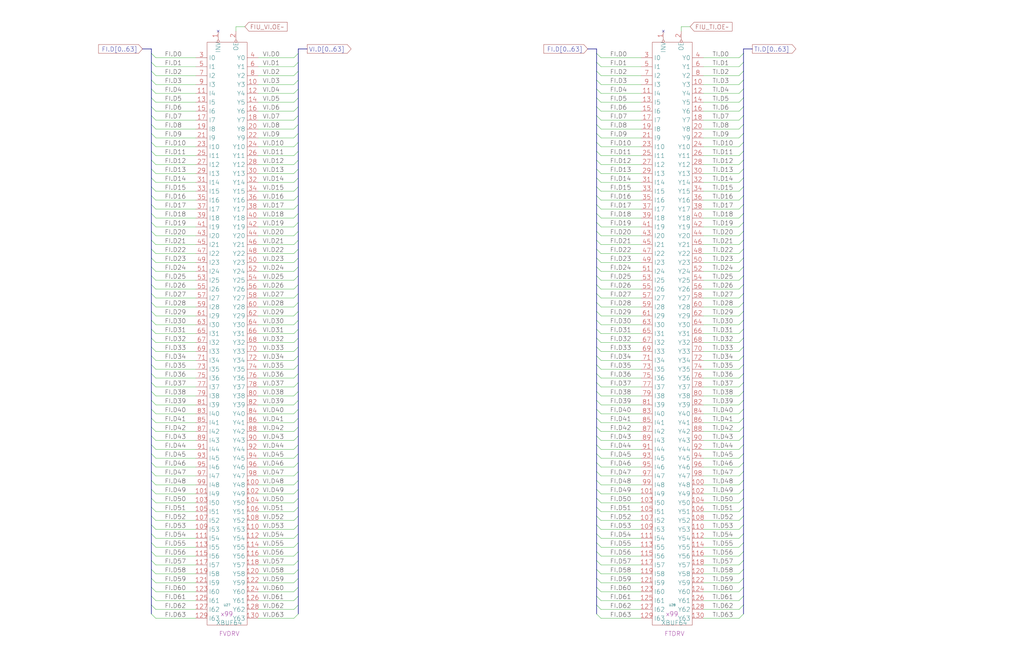
<source format=kicad_sch>
(kicad_sch (version 20230121) (generator eeschema)
  (paper "User" 584.2 378.46)
  (title_block (title "FIU_TV BUS DRIVERS") (date "20-MAR-90") (rev "1.0") (comment 1 "FIU") (comment 2 "232-003065") (comment 3 "S400") (comment 4 "RELEASED"))
  (no_connect (at 124.46 17.78))
  (no_connect (at 378.46 17.78))
  (bus_entry (at 424.18 60.96) (size -2.54 2.54))
  (bus_entry (at 340.36 106.68) (size 2.54 2.54))
  (bus_entry (at 340.36 350.52) (size 2.54 2.54))
  (bus_entry (at 170.18 279.4) (size -2.54 2.54))
  (bus_entry (at 86.36 91.44) (size 2.54 2.54))
  (bus_entry (at 340.36 248.92) (size 2.54 2.54))
  (bus_entry (at 86.36 345.44) (size 2.54 2.54))
  (bus_entry (at 424.18 35.56) (size -2.54 2.54))
  (bus_entry (at 340.36 274.32) (size 2.54 2.54))
  (bus_entry (at 340.36 269.24) (size 2.54 2.54))
  (bus_entry (at 424.18 142.24) (size -2.54 2.54))
  (bus_entry (at 170.18 71.12) (size -2.54 2.54))
  (bus_entry (at 170.18 304.8) (size -2.54 2.54))
  (bus_entry (at 170.18 330.2) (size -2.54 2.54))
  (bus_entry (at 170.18 55.88) (size -2.54 2.54))
  (bus_entry (at 424.18 187.96) (size -2.54 2.54))
  (bus_entry (at 86.36 172.72) (size 2.54 2.54))
  (bus_entry (at 170.18 325.12) (size -2.54 2.54))
  (bus_entry (at 86.36 238.76) (size 2.54 2.54))
  (bus_entry (at 424.18 335.28) (size -2.54 2.54))
  (bus_entry (at 86.36 101.6) (size 2.54 2.54))
  (bus_entry (at 424.18 254) (size -2.54 2.54))
  (bus_entry (at 86.36 228.6) (size 2.54 2.54))
  (bus_entry (at 424.18 320.04) (size -2.54 2.54))
  (bus_entry (at 424.18 203.2) (size -2.54 2.54))
  (bus_entry (at 170.18 350.52) (size -2.54 2.54))
  (bus_entry (at 170.18 91.44) (size -2.54 2.54))
  (bus_entry (at 86.36 314.96) (size 2.54 2.54))
  (bus_entry (at 340.36 213.36) (size 2.54 2.54))
  (bus_entry (at 170.18 284.48) (size -2.54 2.54))
  (bus_entry (at 170.18 218.44) (size -2.54 2.54))
  (bus_entry (at 86.36 335.28) (size 2.54 2.54))
  (bus_entry (at 170.18 142.24) (size -2.54 2.54))
  (bus_entry (at 170.18 182.88) (size -2.54 2.54))
  (bus_entry (at 86.36 350.52) (size 2.54 2.54))
  (bus_entry (at 424.18 50.8) (size -2.54 2.54))
  (bus_entry (at 424.18 127) (size -2.54 2.54))
  (bus_entry (at 170.18 177.8) (size -2.54 2.54))
  (bus_entry (at 340.36 86.36) (size 2.54 2.54))
  (bus_entry (at 424.18 76.2) (size -2.54 2.54))
  (bus_entry (at 340.36 71.12) (size 2.54 2.54))
  (bus_entry (at 86.36 193.04) (size 2.54 2.54))
  (bus_entry (at 424.18 177.8) (size -2.54 2.54))
  (bus_entry (at 170.18 335.28) (size -2.54 2.54))
  (bus_entry (at 86.36 137.16) (size 2.54 2.54))
  (bus_entry (at 340.36 259.08) (size 2.54 2.54))
  (bus_entry (at 424.18 193.04) (size -2.54 2.54))
  (bus_entry (at 86.36 223.52) (size 2.54 2.54))
  (bus_entry (at 340.36 223.52) (size 2.54 2.54))
  (bus_entry (at 86.36 96.52) (size 2.54 2.54))
  (bus_entry (at 86.36 304.8) (size 2.54 2.54))
  (bus_entry (at 86.36 299.72) (size 2.54 2.54))
  (bus_entry (at 86.36 66.04) (size 2.54 2.54))
  (bus_entry (at 86.36 198.12) (size 2.54 2.54))
  (bus_entry (at 86.36 279.4) (size 2.54 2.54))
  (bus_entry (at 86.36 86.36) (size 2.54 2.54))
  (bus_entry (at 424.18 279.4) (size -2.54 2.54))
  (bus_entry (at 170.18 213.36) (size -2.54 2.54))
  (bus_entry (at 170.18 314.96) (size -2.54 2.54))
  (bus_entry (at 86.36 116.84) (size 2.54 2.54))
  (bus_entry (at 340.36 320.04) (size 2.54 2.54))
  (bus_entry (at 86.36 243.84) (size 2.54 2.54))
  (bus_entry (at 86.36 132.08) (size 2.54 2.54))
  (bus_entry (at 86.36 284.48) (size 2.54 2.54))
  (bus_entry (at 340.36 177.8) (size 2.54 2.54))
  (bus_entry (at 170.18 299.72) (size -2.54 2.54))
  (bus_entry (at 170.18 233.68) (size -2.54 2.54))
  (bus_entry (at 340.36 81.28) (size 2.54 2.54))
  (bus_entry (at 170.18 264.16) (size -2.54 2.54))
  (bus_entry (at 424.18 71.12) (size -2.54 2.54))
  (bus_entry (at 424.18 330.2) (size -2.54 2.54))
  (bus_entry (at 424.18 101.6) (size -2.54 2.54))
  (bus_entry (at 424.18 111.76) (size -2.54 2.54))
  (bus_entry (at 340.36 121.92) (size 2.54 2.54))
  (bus_entry (at 86.36 274.32) (size 2.54 2.54))
  (bus_entry (at 424.18 228.6) (size -2.54 2.54))
  (bus_entry (at 340.36 162.56) (size 2.54 2.54))
  (bus_entry (at 340.36 96.52) (size 2.54 2.54))
  (bus_entry (at 340.36 314.96) (size 2.54 2.54))
  (bus_entry (at 340.36 40.64) (size 2.54 2.54))
  (bus_entry (at 86.36 208.28) (size 2.54 2.54))
  (bus_entry (at 170.18 259.08) (size -2.54 2.54))
  (bus_entry (at 340.36 238.76) (size 2.54 2.54))
  (bus_entry (at 340.36 340.36) (size 2.54 2.54))
  (bus_entry (at 424.18 162.56) (size -2.54 2.54))
  (bus_entry (at 170.18 86.36) (size -2.54 2.54))
  (bus_entry (at 340.36 284.48) (size 2.54 2.54))
  (bus_entry (at 424.18 259.08) (size -2.54 2.54))
  (bus_entry (at 340.36 345.44) (size 2.54 2.54))
  (bus_entry (at 86.36 81.28) (size 2.54 2.54))
  (bus_entry (at 340.36 111.76) (size 2.54 2.54))
  (bus_entry (at 170.18 243.84) (size -2.54 2.54))
  (bus_entry (at 86.36 254) (size 2.54 2.54))
  (bus_entry (at 424.18 269.24) (size -2.54 2.54))
  (bus_entry (at 170.18 76.2) (size -2.54 2.54))
  (bus_entry (at 424.18 233.68) (size -2.54 2.54))
  (bus_entry (at 424.18 172.72) (size -2.54 2.54))
  (bus_entry (at 170.18 147.32) (size -2.54 2.54))
  (bus_entry (at 170.18 96.52) (size -2.54 2.54))
  (bus_entry (at 170.18 127) (size -2.54 2.54))
  (bus_entry (at 170.18 289.56) (size -2.54 2.54))
  (bus_entry (at 424.18 299.72) (size -2.54 2.54))
  (bus_entry (at 340.36 35.56) (size 2.54 2.54))
  (bus_entry (at 424.18 106.68) (size -2.54 2.54))
  (bus_entry (at 86.36 55.88) (size 2.54 2.54))
  (bus_entry (at 170.18 203.2) (size -2.54 2.54))
  (bus_entry (at 86.36 147.32) (size 2.54 2.54))
  (bus_entry (at 86.36 76.2) (size 2.54 2.54))
  (bus_entry (at 424.18 325.12) (size -2.54 2.54))
  (bus_entry (at 86.36 340.36) (size 2.54 2.54))
  (bus_entry (at 340.36 91.44) (size 2.54 2.54))
  (bus_entry (at 424.18 264.16) (size -2.54 2.54))
  (bus_entry (at 424.18 340.36) (size -2.54 2.54))
  (bus_entry (at 170.18 121.92) (size -2.54 2.54))
  (bus_entry (at 86.36 106.68) (size 2.54 2.54))
  (bus_entry (at 86.36 152.4) (size 2.54 2.54))
  (bus_entry (at 340.36 330.2) (size 2.54 2.54))
  (bus_entry (at 170.18 238.76) (size -2.54 2.54))
  (bus_entry (at 340.36 279.4) (size 2.54 2.54))
  (bus_entry (at 170.18 294.64) (size -2.54 2.54))
  (bus_entry (at 86.36 187.96) (size 2.54 2.54))
  (bus_entry (at 86.36 71.12) (size 2.54 2.54))
  (bus_entry (at 424.18 147.32) (size -2.54 2.54))
  (bus_entry (at 340.36 127) (size 2.54 2.54))
  (bus_entry (at 340.36 193.04) (size 2.54 2.54))
  (bus_entry (at 340.36 172.72) (size 2.54 2.54))
  (bus_entry (at 424.18 132.08) (size -2.54 2.54))
  (bus_entry (at 424.18 345.44) (size -2.54 2.54))
  (bus_entry (at 424.18 304.8) (size -2.54 2.54))
  (bus_entry (at 424.18 314.96) (size -2.54 2.54))
  (bus_entry (at 86.36 269.24) (size 2.54 2.54))
  (bus_entry (at 86.36 325.12) (size 2.54 2.54))
  (bus_entry (at 86.36 60.96) (size 2.54 2.54))
  (bus_entry (at 340.36 289.56) (size 2.54 2.54))
  (bus_entry (at 86.36 264.16) (size 2.54 2.54))
  (bus_entry (at 424.18 284.48) (size -2.54 2.54))
  (bus_entry (at 170.18 309.88) (size -2.54 2.54))
  (bus_entry (at 340.36 208.28) (size 2.54 2.54))
  (bus_entry (at 424.18 289.56) (size -2.54 2.54))
  (bus_entry (at 170.18 81.28) (size -2.54 2.54))
  (bus_entry (at 424.18 96.52) (size -2.54 2.54))
  (bus_entry (at 340.36 45.72) (size 2.54 2.54))
  (bus_entry (at 340.36 243.84) (size 2.54 2.54))
  (bus_entry (at 170.18 152.4) (size -2.54 2.54))
  (bus_entry (at 86.36 30.48) (size 2.54 2.54))
  (bus_entry (at 424.18 91.44) (size -2.54 2.54))
  (bus_entry (at 424.18 294.64) (size -2.54 2.54))
  (bus_entry (at 340.36 167.64) (size 2.54 2.54))
  (bus_entry (at 424.18 86.36) (size -2.54 2.54))
  (bus_entry (at 170.18 345.44) (size -2.54 2.54))
  (bus_entry (at 170.18 45.72) (size -2.54 2.54))
  (bus_entry (at 170.18 30.48) (size -2.54 2.54))
  (bus_entry (at 86.36 259.08) (size 2.54 2.54))
  (bus_entry (at 340.36 116.84) (size 2.54 2.54))
  (bus_entry (at 170.18 340.36) (size -2.54 2.54))
  (bus_entry (at 86.36 218.44) (size 2.54 2.54))
  (bus_entry (at 424.18 40.64) (size -2.54 2.54))
  (bus_entry (at 424.18 309.88) (size -2.54 2.54))
  (bus_entry (at 424.18 137.16) (size -2.54 2.54))
  (bus_entry (at 340.36 228.6) (size 2.54 2.54))
  (bus_entry (at 424.18 66.04) (size -2.54 2.54))
  (bus_entry (at 340.36 203.2) (size 2.54 2.54))
  (bus_entry (at 170.18 132.08) (size -2.54 2.54))
  (bus_entry (at 86.36 203.2) (size 2.54 2.54))
  (bus_entry (at 170.18 172.72) (size -2.54 2.54))
  (bus_entry (at 424.18 182.88) (size -2.54 2.54))
  (bus_entry (at 170.18 228.6) (size -2.54 2.54))
  (bus_entry (at 86.36 213.36) (size 2.54 2.54))
  (bus_entry (at 170.18 60.96) (size -2.54 2.54))
  (bus_entry (at 424.18 218.44) (size -2.54 2.54))
  (bus_entry (at 86.36 167.64) (size 2.54 2.54))
  (bus_entry (at 340.36 55.88) (size 2.54 2.54))
  (bus_entry (at 170.18 320.04) (size -2.54 2.54))
  (bus_entry (at 170.18 269.24) (size -2.54 2.54))
  (bus_entry (at 340.36 137.16) (size 2.54 2.54))
  (bus_entry (at 340.36 147.32) (size 2.54 2.54))
  (bus_entry (at 424.18 243.84) (size -2.54 2.54))
  (bus_entry (at 170.18 193.04) (size -2.54 2.54))
  (bus_entry (at 424.18 55.88) (size -2.54 2.54))
  (bus_entry (at 170.18 223.52) (size -2.54 2.54))
  (bus_entry (at 424.18 81.28) (size -2.54 2.54))
  (bus_entry (at 340.36 142.24) (size 2.54 2.54))
  (bus_entry (at 340.36 182.88) (size 2.54 2.54))
  (bus_entry (at 424.18 198.12) (size -2.54 2.54))
  (bus_entry (at 170.18 111.76) (size -2.54 2.54))
  (bus_entry (at 424.18 157.48) (size -2.54 2.54))
  (bus_entry (at 340.36 157.48) (size 2.54 2.54))
  (bus_entry (at 170.18 35.56) (size -2.54 2.54))
  (bus_entry (at 86.36 121.92) (size 2.54 2.54))
  (bus_entry (at 170.18 50.8) (size -2.54 2.54))
  (bus_entry (at 340.36 66.04) (size 2.54 2.54))
  (bus_entry (at 86.36 162.56) (size 2.54 2.54))
  (bus_entry (at 424.18 238.76) (size -2.54 2.54))
  (bus_entry (at 340.36 254) (size 2.54 2.54))
  (bus_entry (at 424.18 30.48) (size -2.54 2.54))
  (bus_entry (at 86.36 142.24) (size 2.54 2.54))
  (bus_entry (at 86.36 320.04) (size 2.54 2.54))
  (bus_entry (at 424.18 223.52) (size -2.54 2.54))
  (bus_entry (at 170.18 137.16) (size -2.54 2.54))
  (bus_entry (at 340.36 264.16) (size 2.54 2.54))
  (bus_entry (at 340.36 335.28) (size 2.54 2.54))
  (bus_entry (at 340.36 198.12) (size 2.54 2.54))
  (bus_entry (at 170.18 248.92) (size -2.54 2.54))
  (bus_entry (at 170.18 40.64) (size -2.54 2.54))
  (bus_entry (at 86.36 309.88) (size 2.54 2.54))
  (bus_entry (at 86.36 330.2) (size 2.54 2.54))
  (bus_entry (at 170.18 101.6) (size -2.54 2.54))
  (bus_entry (at 86.36 127) (size 2.54 2.54))
  (bus_entry (at 86.36 294.64) (size 2.54 2.54))
  (bus_entry (at 424.18 208.28) (size -2.54 2.54))
  (bus_entry (at 340.36 294.64) (size 2.54 2.54))
  (bus_entry (at 424.18 213.36) (size -2.54 2.54))
  (bus_entry (at 340.36 132.08) (size 2.54 2.54))
  (bus_entry (at 340.36 50.8) (size 2.54 2.54))
  (bus_entry (at 424.18 116.84) (size -2.54 2.54))
  (bus_entry (at 340.36 325.12) (size 2.54 2.54))
  (bus_entry (at 86.36 45.72) (size 2.54 2.54))
  (bus_entry (at 340.36 101.6) (size 2.54 2.54))
  (bus_entry (at 170.18 254) (size -2.54 2.54))
  (bus_entry (at 86.36 157.48) (size 2.54 2.54))
  (bus_entry (at 86.36 177.8) (size 2.54 2.54))
  (bus_entry (at 340.36 299.72) (size 2.54 2.54))
  (bus_entry (at 340.36 218.44) (size 2.54 2.54))
  (bus_entry (at 170.18 162.56) (size -2.54 2.54))
  (bus_entry (at 424.18 121.92) (size -2.54 2.54))
  (bus_entry (at 340.36 233.68) (size 2.54 2.54))
  (bus_entry (at 340.36 152.4) (size 2.54 2.54))
  (bus_entry (at 170.18 157.48) (size -2.54 2.54))
  (bus_entry (at 424.18 248.92) (size -2.54 2.54))
  (bus_entry (at 86.36 289.56) (size 2.54 2.54))
  (bus_entry (at 170.18 167.64) (size -2.54 2.54))
  (bus_entry (at 170.18 116.84) (size -2.54 2.54))
  (bus_entry (at 170.18 274.32) (size -2.54 2.54))
  (bus_entry (at 424.18 152.4) (size -2.54 2.54))
  (bus_entry (at 86.36 40.64) (size 2.54 2.54))
  (bus_entry (at 170.18 66.04) (size -2.54 2.54))
  (bus_entry (at 86.36 233.68) (size 2.54 2.54))
  (bus_entry (at 170.18 198.12) (size -2.54 2.54))
  (bus_entry (at 340.36 304.8) (size 2.54 2.54))
  (bus_entry (at 86.36 248.92) (size 2.54 2.54))
  (bus_entry (at 170.18 106.68) (size -2.54 2.54))
  (bus_entry (at 424.18 350.52) (size -2.54 2.54))
  (bus_entry (at 86.36 35.56) (size 2.54 2.54))
  (bus_entry (at 424.18 274.32) (size -2.54 2.54))
  (bus_entry (at 170.18 208.28) (size -2.54 2.54))
  (bus_entry (at 340.36 60.96) (size 2.54 2.54))
  (bus_entry (at 424.18 167.64) (size -2.54 2.54))
  (bus_entry (at 86.36 182.88) (size 2.54 2.54))
  (bus_entry (at 424.18 45.72) (size -2.54 2.54))
  (bus_entry (at 340.36 30.48) (size 2.54 2.54))
  (bus_entry (at 86.36 50.8) (size 2.54 2.54))
  (bus_entry (at 340.36 309.88) (size 2.54 2.54))
  (bus_entry (at 86.36 111.76) (size 2.54 2.54))
  (bus_entry (at 340.36 76.2) (size 2.54 2.54))
  (bus_entry (at 340.36 187.96) (size 2.54 2.54))
  (bus_entry (at 170.18 187.96) (size -2.54 2.54))
  (bus (pts (xy 340.36 248.92) (xy 340.36 254)))
  (wire (pts (xy 111.76 241.3) (xy 88.9 241.3)))
  (wire (pts (xy 365.76 297.18) (xy 342.9 297.18)))
  (bus (pts (xy 340.36 238.76) (xy 340.36 243.84)))
  (wire (pts (xy 167.64 297.18) (xy 147.32 297.18)))
  (bus (pts (xy 340.36 304.8) (xy 340.36 309.88)))
  (wire (pts (xy 365.76 342.9) (xy 342.9 342.9)))
  (wire (pts (xy 421.64 215.9) (xy 401.32 215.9)))
  (wire (pts (xy 167.64 149.86) (xy 147.32 149.86)))
  (wire (pts (xy 167.64 88.9) (xy 147.32 88.9)))
  (wire (pts (xy 365.76 276.86) (xy 342.9 276.86)))
  (wire (pts (xy 167.64 129.54) (xy 147.32 129.54)))
  (bus (pts (xy 424.18 294.64) (xy 424.18 299.72)))
  (bus (pts (xy 86.36 274.32) (xy 86.36 279.4)))
  (wire (pts (xy 421.64 58.42) (xy 401.32 58.42)))
  (wire (pts (xy 365.76 347.98) (xy 342.9 347.98)))
  (bus (pts (xy 340.36 264.16) (xy 340.36 269.24)))
  (wire (pts (xy 421.64 83.82) (xy 401.32 83.82)))
  (bus (pts (xy 86.36 45.72) (xy 86.36 50.8)))
  (bus (pts (xy 86.36 309.88) (xy 86.36 314.96)))
  (wire (pts (xy 421.64 261.62) (xy 401.32 261.62)))
  (wire (pts (xy 111.76 149.86) (xy 88.9 149.86)))
  (bus (pts (xy 170.18 111.76) (xy 170.18 116.84)))
  (wire (pts (xy 421.64 327.66) (xy 401.32 327.66)))
  (wire (pts (xy 421.64 160.02) (xy 401.32 160.02)))
  (bus (pts (xy 424.18 101.6) (xy 424.18 106.68)))
  (bus (pts (xy 86.36 218.44) (xy 86.36 223.52)))
  (wire (pts (xy 421.64 246.38) (xy 401.32 246.38)))
  (bus (pts (xy 86.36 223.52) (xy 86.36 228.6)))
  (bus (pts (xy 170.18 330.2) (xy 170.18 335.28)))
  (bus (pts (xy 170.18 60.96) (xy 170.18 66.04)))
  (wire (pts (xy 167.64 337.82) (xy 147.32 337.82)))
  (wire (pts (xy 167.64 78.74) (xy 147.32 78.74)))
  (wire (pts (xy 365.76 154.94) (xy 342.9 154.94)))
  (bus (pts (xy 170.18 289.56) (xy 170.18 294.64)))
  (bus (pts (xy 340.36 335.28) (xy 340.36 340.36)))
  (wire (pts (xy 167.64 220.98) (xy 147.32 220.98)))
  (bus (pts (xy 340.36 142.24) (xy 340.36 147.32)))
  (wire (pts (xy 167.64 58.42) (xy 147.32 58.42)))
  (bus (pts (xy 86.36 106.68) (xy 86.36 111.76)))
  (bus (pts (xy 86.36 213.36) (xy 86.36 218.44)))
  (wire (pts (xy 167.64 332.74) (xy 147.32 332.74)))
  (bus (pts (xy 340.36 45.72) (xy 340.36 50.8)))
  (bus (pts (xy 86.36 167.64) (xy 86.36 172.72)))
  (wire (pts (xy 421.64 302.26) (xy 401.32 302.26)))
  (bus (pts (xy 424.18 314.96) (xy 424.18 320.04)))
  (wire (pts (xy 365.76 109.22) (xy 342.9 109.22)))
  (wire (pts (xy 167.64 205.74) (xy 147.32 205.74)))
  (wire (pts (xy 111.76 109.22) (xy 88.9 109.22)))
  (wire (pts (xy 421.64 154.94) (xy 401.32 154.94)))
  (bus (pts (xy 424.18 116.84) (xy 424.18 121.92)))
  (bus (pts (xy 86.36 27.94) (xy 86.36 30.48)))
  (wire (pts (xy 365.76 43.18) (xy 342.9 43.18)))
  (bus (pts (xy 170.18 243.84) (xy 170.18 248.92)))
  (bus (pts (xy 86.36 325.12) (xy 86.36 330.2)))
  (wire (pts (xy 111.76 175.26) (xy 88.9 175.26)))
  (wire (pts (xy 421.64 241.3) (xy 401.32 241.3)))
  (bus (pts (xy 170.18 213.36) (xy 170.18 218.44)))
  (bus (pts (xy 170.18 121.92) (xy 170.18 127)))
  (wire (pts (xy 421.64 231.14) (xy 401.32 231.14)))
  (bus (pts (xy 170.18 55.88) (xy 170.18 60.96)))
  (bus (pts (xy 170.18 147.32) (xy 170.18 152.4)))
  (bus (pts (xy 340.36 157.48) (xy 340.36 162.56)))
  (bus (pts (xy 424.18 238.76) (xy 424.18 243.84)))
  (wire (pts (xy 111.76 337.82) (xy 88.9 337.82)))
  (bus (pts (xy 170.18 106.68) (xy 170.18 111.76)))
  (bus (pts (xy 170.18 30.48) (xy 170.18 35.56)))
  (wire (pts (xy 167.64 144.78) (xy 147.32 144.78)))
  (bus (pts (xy 86.36 330.2) (xy 86.36 335.28)))
  (wire (pts (xy 111.76 332.74) (xy 88.9 332.74)))
  (wire (pts (xy 421.64 281.94) (xy 401.32 281.94)))
  (bus (pts (xy 86.36 304.8) (xy 86.36 309.88)))
  (bus (pts (xy 86.36 157.48) (xy 86.36 162.56)))
  (wire (pts (xy 365.76 241.3) (xy 342.9 241.3)))
  (bus (pts (xy 340.36 162.56) (xy 340.36 167.64)))
  (wire (pts (xy 167.64 251.46) (xy 147.32 251.46)))
  (bus (pts (xy 170.18 248.92) (xy 170.18 254)))
  (bus (pts (xy 170.18 259.08) (xy 170.18 264.16)))
  (wire (pts (xy 421.64 139.7) (xy 401.32 139.7)))
  (wire (pts (xy 167.64 347.98) (xy 147.32 347.98)))
  (bus (pts (xy 424.18 223.52) (xy 424.18 228.6)))
  (wire (pts (xy 365.76 149.86) (xy 342.9 149.86)))
  (wire (pts (xy 167.64 63.5) (xy 147.32 63.5)))
  (bus (pts (xy 86.36 289.56) (xy 86.36 294.64)))
  (wire (pts (xy 421.64 342.9) (xy 401.32 342.9)))
  (wire (pts (xy 111.76 185.42) (xy 88.9 185.42)))
  (bus (pts (xy 340.36 96.52) (xy 340.36 101.6)))
  (bus (pts (xy 340.36 254) (xy 340.36 259.08)))
  (wire (pts (xy 167.64 180.34) (xy 147.32 180.34)))
  (bus (pts (xy 424.18 66.04) (xy 424.18 71.12)))
  (wire (pts (xy 365.76 139.7) (xy 342.9 139.7)))
  (bus (pts (xy 340.36 259.08) (xy 340.36 264.16)))
  (bus (pts (xy 424.18 228.6) (xy 424.18 233.68)))
  (bus (pts (xy 170.18 182.88) (xy 170.18 187.96)))
  (wire (pts (xy 111.76 129.54) (xy 88.9 129.54)))
  (wire (pts (xy 167.64 215.9) (xy 147.32 215.9)))
  (bus (pts (xy 86.36 320.04) (xy 86.36 325.12)))
  (wire (pts (xy 167.64 175.26) (xy 147.32 175.26)))
  (wire (pts (xy 421.64 251.46) (xy 401.32 251.46)))
  (bus (pts (xy 340.36 147.32) (xy 340.36 152.4)))
  (wire (pts (xy 365.76 261.62) (xy 342.9 261.62)))
  (bus (pts (xy 170.18 76.2) (xy 170.18 81.28)))
  (wire (pts (xy 167.64 33.02) (xy 147.32 33.02)))
  (bus (pts (xy 170.18 162.56) (xy 170.18 167.64)))
  (wire (pts (xy 365.76 292.1) (xy 342.9 292.1)))
  (bus (pts (xy 170.18 137.16) (xy 170.18 142.24)))
  (wire (pts (xy 167.64 226.06) (xy 147.32 226.06)))
  (wire (pts (xy 167.64 160.02) (xy 147.32 160.02)))
  (bus (pts (xy 86.36 50.8) (xy 86.36 55.88)))
  (wire (pts (xy 365.76 312.42) (xy 342.9 312.42)))
  (bus (pts (xy 86.36 81.28) (xy 86.36 86.36)))
  (wire (pts (xy 421.64 205.74) (xy 401.32 205.74)))
  (bus (pts (xy 170.18 233.68) (xy 170.18 238.76)))
  (bus (pts (xy 424.18 345.44) (xy 424.18 350.52)))
  (bus (pts (xy 86.36 116.84) (xy 86.36 121.92)))
  (wire (pts (xy 421.64 124.46) (xy 401.32 124.46)))
  (wire (pts (xy 421.64 220.98) (xy 401.32 220.98)))
  (bus (pts (xy 340.36 269.24) (xy 340.36 274.32)))
  (bus (pts (xy 86.36 121.92) (xy 86.36 127)))
  (wire (pts (xy 167.64 48.26) (xy 147.32 48.26)))
  (wire (pts (xy 421.64 33.02) (xy 401.32 33.02)))
  (wire (pts (xy 167.64 327.66) (xy 147.32 327.66)))
  (wire (pts (xy 421.64 119.38) (xy 401.32 119.38)))
  (wire (pts (xy 111.76 33.02) (xy 88.9 33.02)))
  (wire (pts (xy 365.76 129.54) (xy 342.9 129.54)))
  (wire (pts (xy 167.64 307.34) (xy 147.32 307.34)))
  (bus (pts (xy 340.36 294.64) (xy 340.36 299.72)))
  (wire (pts (xy 365.76 53.34) (xy 342.9 53.34)))
  (wire (pts (xy 167.64 190.5) (xy 147.32 190.5)))
  (bus (pts (xy 340.36 71.12) (xy 340.36 76.2)))
  (wire (pts (xy 111.76 68.58) (xy 88.9 68.58)))
  (bus (pts (xy 86.36 71.12) (xy 86.36 76.2)))
  (wire (pts (xy 111.76 317.5) (xy 88.9 317.5)))
  (bus (pts (xy 424.18 299.72) (xy 424.18 304.8)))
  (bus (pts (xy 86.36 269.24) (xy 86.36 274.32)))
  (wire (pts (xy 111.76 322.58) (xy 88.9 322.58)))
  (bus (pts (xy 170.18 116.84) (xy 170.18 121.92)))
  (wire (pts (xy 365.76 200.66) (xy 342.9 200.66)))
  (wire (pts (xy 365.76 322.58) (xy 342.9 322.58)))
  (wire (pts (xy 365.76 119.38) (xy 342.9 119.38)))
  (bus (pts (xy 170.18 264.16) (xy 170.18 269.24)))
  (bus (pts (xy 170.18 274.32) (xy 170.18 279.4)))
  (bus (pts (xy 424.18 55.88) (xy 424.18 60.96)))
  (wire (pts (xy 421.64 317.5) (xy 401.32 317.5)))
  (wire (pts (xy 421.64 73.66) (xy 401.32 73.66)))
  (bus (pts (xy 86.36 294.64) (xy 86.36 299.72)))
  (wire (pts (xy 111.76 190.5) (xy 88.9 190.5)))
  (bus (pts (xy 340.36 187.96) (xy 340.36 193.04)))
  (wire (pts (xy 421.64 195.58) (xy 401.32 195.58)))
  (wire (pts (xy 365.76 68.58) (xy 342.9 68.58)))
  (wire (pts (xy 167.64 246.38) (xy 147.32 246.38)))
  (wire (pts (xy 365.76 337.82) (xy 342.9 337.82)))
  (wire (pts (xy 421.64 297.18) (xy 401.32 297.18)))
  (wire (pts (xy 167.64 200.66) (xy 147.32 200.66)))
  (wire (pts (xy 365.76 327.66) (xy 342.9 327.66)))
  (bus (pts (xy 340.36 55.88) (xy 340.36 60.96)))
  (bus (pts (xy 86.36 233.68) (xy 86.36 238.76)))
  (bus (pts (xy 424.18 208.28) (xy 424.18 213.36)))
  (wire (pts (xy 365.76 144.78) (xy 342.9 144.78)))
  (bus (pts (xy 86.36 182.88) (xy 86.36 187.96)))
  (wire (pts (xy 365.76 93.98) (xy 342.9 93.98)))
  (wire (pts (xy 111.76 287.02) (xy 88.9 287.02)))
  (wire (pts (xy 167.64 287.02) (xy 147.32 287.02)))
  (bus (pts (xy 424.18 45.72) (xy 424.18 50.8)))
  (bus (pts (xy 86.36 243.84) (xy 86.36 248.92)))
  (wire (pts (xy 421.64 185.42) (xy 401.32 185.42)))
  (bus (pts (xy 424.18 50.8) (xy 424.18 55.88)))
  (bus (pts (xy 170.18 142.24) (xy 170.18 147.32)))
  (wire (pts (xy 365.76 88.9) (xy 342.9 88.9)))
  (bus (pts (xy 340.36 320.04) (xy 340.36 325.12)))
  (wire (pts (xy 365.76 83.82) (xy 342.9 83.82)))
  (bus (pts (xy 424.18 243.84) (xy 424.18 248.92)))
  (wire (pts (xy 365.76 256.54) (xy 342.9 256.54)))
  (wire (pts (xy 111.76 226.06) (xy 88.9 226.06)))
  (bus (pts (xy 340.36 309.88) (xy 340.36 314.96)))
  (wire (pts (xy 365.76 175.26) (xy 342.9 175.26)))
  (wire (pts (xy 365.76 287.02) (xy 342.9 287.02)))
  (wire (pts (xy 111.76 124.46) (xy 88.9 124.46)))
  (wire (pts (xy 167.64 261.62) (xy 147.32 261.62)))
  (bus (pts (xy 170.18 320.04) (xy 170.18 325.12)))
  (bus (pts (xy 424.18 162.56) (xy 424.18 167.64)))
  (bus (pts (xy 340.36 314.96) (xy 340.36 320.04)))
  (wire (pts (xy 111.76 266.7) (xy 88.9 266.7)))
  (wire (pts (xy 365.76 104.14) (xy 342.9 104.14)))
  (wire (pts (xy 111.76 93.98) (xy 88.9 93.98)))
  (bus (pts (xy 86.36 172.72) (xy 86.36 177.8)))
  (bus (pts (xy 340.36 198.12) (xy 340.36 203.2)))
  (bus (pts (xy 86.36 187.96) (xy 86.36 193.04)))
  (bus (pts (xy 424.18 86.36) (xy 424.18 91.44)))
  (bus (pts (xy 340.36 76.2) (xy 340.36 81.28)))
  (wire (pts (xy 421.64 48.26) (xy 401.32 48.26)))
  (bus (pts (xy 86.36 86.36) (xy 86.36 91.44)))
  (wire (pts (xy 167.64 353.06) (xy 147.32 353.06)))
  (bus (pts (xy 424.18 137.16) (xy 424.18 142.24)))
  (bus (pts (xy 170.18 314.96) (xy 170.18 320.04)))
  (wire (pts (xy 365.76 302.26) (xy 342.9 302.26)))
  (wire (pts (xy 167.64 302.26) (xy 147.32 302.26)))
  (bus (pts (xy 170.18 35.56) (xy 170.18 40.64)))
  (bus (pts (xy 86.36 238.76) (xy 86.36 243.84)))
  (wire (pts (xy 111.76 302.26) (xy 88.9 302.26)))
  (bus (pts (xy 340.36 30.48) (xy 340.36 35.56)))
  (bus (pts (xy 340.36 223.52) (xy 340.36 228.6)))
  (wire (pts (xy 111.76 342.9) (xy 88.9 342.9)))
  (wire (pts (xy 167.64 195.58) (xy 147.32 195.58)))
  (wire (pts (xy 167.64 231.14) (xy 147.32 231.14)))
  (bus (pts (xy 170.18 157.48) (xy 170.18 162.56)))
  (bus (pts (xy 424.18 147.32) (xy 424.18 152.4)))
  (bus (pts (xy 86.36 66.04) (xy 86.36 71.12)))
  (wire (pts (xy 421.64 68.58) (xy 401.32 68.58)))
  (wire (pts (xy 365.76 33.02) (xy 342.9 33.02)))
  (wire (pts (xy 365.76 215.9) (xy 342.9 215.9)))
  (wire (pts (xy 365.76 332.74) (xy 342.9 332.74)))
  (bus (pts (xy 340.36 228.6) (xy 340.36 233.68)))
  (wire (pts (xy 167.64 185.42) (xy 147.32 185.42)))
  (wire (pts (xy 421.64 256.54) (xy 401.32 256.54)))
  (wire (pts (xy 111.76 58.42) (xy 88.9 58.42)))
  (bus (pts (xy 424.18 320.04) (xy 424.18 325.12)))
  (wire (pts (xy 111.76 251.46) (xy 88.9 251.46)))
  (wire (pts (xy 111.76 144.78) (xy 88.9 144.78)))
  (wire (pts (xy 365.76 73.66) (xy 342.9 73.66)))
  (bus (pts (xy 340.36 116.84) (xy 340.36 121.92)))
  (bus (pts (xy 170.18 71.12) (xy 170.18 76.2)))
  (wire (pts (xy 421.64 109.22) (xy 401.32 109.22)))
  (bus (pts (xy 424.18 254) (xy 424.18 259.08)))
  (bus (pts (xy 81.28 27.94) (xy 86.36 27.94)))
  (bus (pts (xy 86.36 30.48) (xy 86.36 35.56)))
  (bus (pts (xy 170.18 86.36) (xy 170.18 91.44)))
  (wire (pts (xy 167.64 256.54) (xy 147.32 256.54)))
  (wire (pts (xy 421.64 38.1) (xy 401.32 38.1)))
  (bus (pts (xy 170.18 50.8) (xy 170.18 55.88)))
  (wire (pts (xy 111.76 231.14) (xy 88.9 231.14)))
  (wire (pts (xy 365.76 38.1) (xy 342.9 38.1)))
  (bus (pts (xy 340.36 208.28) (xy 340.36 213.36)))
  (bus (pts (xy 86.36 142.24) (xy 86.36 147.32)))
  (wire (pts (xy 111.76 139.7) (xy 88.9 139.7)))
  (bus (pts (xy 424.18 60.96) (xy 424.18 66.04)))
  (wire (pts (xy 365.76 165.1) (xy 342.9 165.1)))
  (wire (pts (xy 421.64 165.1) (xy 401.32 165.1)))
  (wire (pts (xy 421.64 307.34) (xy 401.32 307.34)))
  (wire (pts (xy 111.76 83.82) (xy 88.9 83.82)))
  (wire (pts (xy 167.64 241.3) (xy 147.32 241.3)))
  (bus (pts (xy 170.18 96.52) (xy 170.18 101.6)))
  (bus (pts (xy 86.36 35.56) (xy 86.36 40.64)))
  (wire (pts (xy 167.64 68.58) (xy 147.32 68.58)))
  (bus (pts (xy 170.18 345.44) (xy 170.18 350.52)))
  (bus (pts (xy 424.18 248.92) (xy 424.18 254)))
  (bus (pts (xy 86.36 40.64) (xy 86.36 45.72)))
  (bus (pts (xy 170.18 172.72) (xy 170.18 177.8)))
  (wire (pts (xy 421.64 149.86) (xy 401.32 149.86)))
  (bus (pts (xy 86.36 147.32) (xy 86.36 152.4)))
  (bus (pts (xy 424.18 96.52) (xy 424.18 101.6)))
  (bus (pts (xy 86.36 208.28) (xy 86.36 213.36)))
  (wire (pts (xy 167.64 93.98) (xy 147.32 93.98)))
  (wire (pts (xy 111.76 256.54) (xy 88.9 256.54)))
  (bus (pts (xy 424.18 30.48) (xy 424.18 35.56)))
  (wire (pts (xy 167.64 276.86) (xy 147.32 276.86)))
  (wire (pts (xy 365.76 58.42) (xy 342.9 58.42)))
  (bus (pts (xy 86.36 132.08) (xy 86.36 137.16)))
  (bus (pts (xy 170.18 269.24) (xy 170.18 274.32)))
  (wire (pts (xy 111.76 246.38) (xy 88.9 246.38)))
  (wire (pts (xy 421.64 190.5) (xy 401.32 190.5)))
  (bus (pts (xy 86.36 345.44) (xy 86.36 350.52)))
  (bus (pts (xy 424.18 325.12) (xy 424.18 330.2)))
  (bus (pts (xy 340.36 340.36) (xy 340.36 345.44)))
  (bus (pts (xy 429.26 27.94) (xy 424.18 27.94)))
  (bus (pts (xy 86.36 177.8) (xy 86.36 182.88)))
  (wire (pts (xy 167.64 281.94) (xy 147.32 281.94)))
  (wire (pts (xy 421.64 353.06) (xy 401.32 353.06)))
  (wire (pts (xy 111.76 220.98) (xy 88.9 220.98)))
  (bus (pts (xy 340.36 106.68) (xy 340.36 111.76)))
  (bus (pts (xy 340.36 218.44) (xy 340.36 223.52)))
  (bus (pts (xy 86.36 259.08) (xy 86.36 264.16)))
  (bus (pts (xy 86.36 279.4) (xy 86.36 284.48)))
  (wire (pts (xy 111.76 114.3) (xy 88.9 114.3)))
  (bus (pts (xy 170.18 198.12) (xy 170.18 203.2)))
  (bus (pts (xy 340.36 121.92) (xy 340.36 127)))
  (wire (pts (xy 167.64 119.38) (xy 147.32 119.38)))
  (bus (pts (xy 424.18 71.12) (xy 424.18 76.2)))
  (wire (pts (xy 111.76 210.82) (xy 88.9 210.82)))
  (bus (pts (xy 340.36 86.36) (xy 340.36 91.44)))
  (wire (pts (xy 111.76 307.34) (xy 88.9 307.34)))
  (wire (pts (xy 365.76 124.46) (xy 342.9 124.46)))
  (bus (pts (xy 170.18 304.8) (xy 170.18 309.88)))
  (wire (pts (xy 421.64 175.26) (xy 401.32 175.26)))
  (bus (pts (xy 340.36 60.96) (xy 340.36 66.04)))
  (wire (pts (xy 421.64 93.98) (xy 401.32 93.98)))
  (wire (pts (xy 421.64 78.74) (xy 401.32 78.74)))
  (wire (pts (xy 421.64 210.82) (xy 401.32 210.82)))
  (wire (pts (xy 111.76 236.22) (xy 88.9 236.22)))
  (wire (pts (xy 421.64 170.18) (xy 401.32 170.18)))
  (bus (pts (xy 424.18 157.48) (xy 424.18 162.56)))
  (wire (pts (xy 139.7 15.24) (xy 134.62 15.24)))
  (bus (pts (xy 340.36 177.8) (xy 340.36 182.88)))
  (bus (pts (xy 424.18 213.36) (xy 424.18 218.44)))
  (wire (pts (xy 111.76 195.58) (xy 88.9 195.58)))
  (bus (pts (xy 170.18 325.12) (xy 170.18 330.2)))
  (bus (pts (xy 340.36 66.04) (xy 340.36 71.12)))
  (wire (pts (xy 111.76 99.06) (xy 88.9 99.06)))
  (bus (pts (xy 170.18 127) (xy 170.18 132.08)))
  (bus (pts (xy 340.36 203.2) (xy 340.36 208.28)))
  (wire (pts (xy 421.64 287.02) (xy 401.32 287.02)))
  (wire (pts (xy 421.64 144.78) (xy 401.32 144.78)))
  (wire (pts (xy 421.64 276.86) (xy 401.32 276.86)))
  (wire (pts (xy 167.64 38.1) (xy 147.32 38.1)))
  (wire (pts (xy 421.64 292.1) (xy 401.32 292.1)))
  (bus (pts (xy 424.18 193.04) (xy 424.18 198.12)))
  (wire (pts (xy 421.64 114.3) (xy 401.32 114.3)))
  (bus (pts (xy 424.18 335.28) (xy 424.18 340.36)))
  (bus (pts (xy 86.36 91.44) (xy 86.36 96.52)))
  (wire (pts (xy 421.64 180.34) (xy 401.32 180.34)))
  (wire (pts (xy 421.64 134.62) (xy 401.32 134.62)))
  (bus (pts (xy 86.36 198.12) (xy 86.36 203.2)))
  (wire (pts (xy 111.76 292.1) (xy 88.9 292.1)))
  (wire (pts (xy 167.64 317.5) (xy 147.32 317.5)))
  (wire (pts (xy 111.76 281.94) (xy 88.9 281.94)))
  (bus (pts (xy 170.18 208.28) (xy 170.18 213.36)))
  (wire (pts (xy 421.64 200.66) (xy 401.32 200.66)))
  (bus (pts (xy 170.18 218.44) (xy 170.18 223.52)))
  (bus (pts (xy 170.18 66.04) (xy 170.18 71.12)))
  (wire (pts (xy 167.64 104.14) (xy 147.32 104.14)))
  (wire (pts (xy 393.7 15.24) (xy 388.62 15.24)))
  (bus (pts (xy 424.18 40.64) (xy 424.18 45.72)))
  (bus (pts (xy 424.18 289.56) (xy 424.18 294.64)))
  (bus (pts (xy 86.36 127) (xy 86.36 132.08)))
  (bus (pts (xy 86.36 193.04) (xy 86.36 198.12)))
  (bus (pts (xy 424.18 309.88) (xy 424.18 314.96)))
  (wire (pts (xy 365.76 266.7) (xy 342.9 266.7)))
  (bus (pts (xy 340.36 127) (xy 340.36 132.08)))
  (bus (pts (xy 340.36 132.08) (xy 340.36 137.16)))
  (wire (pts (xy 167.64 342.9) (xy 147.32 342.9)))
  (wire (pts (xy 365.76 48.26) (xy 342.9 48.26)))
  (wire (pts (xy 365.76 220.98) (xy 342.9 220.98)))
  (wire (pts (xy 365.76 307.34) (xy 342.9 307.34)))
  (bus (pts (xy 86.36 76.2) (xy 86.36 81.28)))
  (wire (pts (xy 167.64 165.1) (xy 147.32 165.1)))
  (wire (pts (xy 111.76 88.9) (xy 88.9 88.9)))
  (bus (pts (xy 340.36 101.6) (xy 340.36 106.68)))
  (bus (pts (xy 424.18 121.92) (xy 424.18 127)))
  (wire (pts (xy 167.64 73.66) (xy 147.32 73.66)))
  (bus (pts (xy 170.18 40.64) (xy 170.18 45.72)))
  (wire (pts (xy 167.64 271.78) (xy 147.32 271.78)))
  (wire (pts (xy 421.64 322.58) (xy 401.32 322.58)))
  (wire (pts (xy 421.64 271.78) (xy 401.32 271.78)))
  (bus (pts (xy 424.18 203.2) (xy 424.18 208.28)))
  (wire (pts (xy 365.76 63.5) (xy 342.9 63.5)))
  (bus (pts (xy 340.36 27.94) (xy 340.36 30.48)))
  (wire (pts (xy 388.62 15.24) (xy 388.62 17.78)))
  (bus (pts (xy 86.36 96.52) (xy 86.36 101.6)))
  (bus (pts (xy 340.36 289.56) (xy 340.36 294.64)))
  (wire (pts (xy 167.64 170.18) (xy 147.32 170.18)))
  (wire (pts (xy 365.76 281.94) (xy 342.9 281.94)))
  (wire (pts (xy 111.76 297.18) (xy 88.9 297.18)))
  (wire (pts (xy 134.62 15.24) (xy 134.62 17.78)))
  (wire (pts (xy 421.64 236.22) (xy 401.32 236.22)))
  (bus (pts (xy 424.18 91.44) (xy 424.18 96.52)))
  (wire (pts (xy 111.76 261.62) (xy 88.9 261.62)))
  (wire (pts (xy 421.64 43.18) (xy 401.32 43.18)))
  (wire (pts (xy 111.76 271.78) (xy 88.9 271.78)))
  (wire (pts (xy 111.76 63.5) (xy 88.9 63.5)))
  (bus (pts (xy 335.28 27.94) (xy 340.36 27.94)))
  (wire (pts (xy 365.76 114.3) (xy 342.9 114.3)))
  (bus (pts (xy 170.18 238.76) (xy 170.18 243.84)))
  (bus (pts (xy 340.36 325.12) (xy 340.36 330.2)))
  (bus (pts (xy 424.18 152.4) (xy 424.18 157.48)))
  (bus (pts (xy 340.36 50.8) (xy 340.36 55.88)))
  (bus (pts (xy 424.18 279.4) (xy 424.18 284.48)))
  (wire (pts (xy 167.64 124.46) (xy 147.32 124.46)))
  (bus (pts (xy 424.18 167.64) (xy 424.18 172.72)))
  (wire (pts (xy 111.76 312.42) (xy 88.9 312.42)))
  (wire (pts (xy 365.76 99.06) (xy 342.9 99.06)))
  (wire (pts (xy 111.76 160.02) (xy 88.9 160.02)))
  (bus (pts (xy 424.18 264.16) (xy 424.18 269.24)))
  (bus (pts (xy 86.36 254) (xy 86.36 259.08)))
  (bus (pts (xy 175.26 27.94) (xy 170.18 27.94)))
  (wire (pts (xy 167.64 154.94) (xy 147.32 154.94)))
  (wire (pts (xy 421.64 312.42) (xy 401.32 312.42)))
  (bus (pts (xy 170.18 177.8) (xy 170.18 182.88)))
  (bus (pts (xy 86.36 335.28) (xy 86.36 340.36)))
  (wire (pts (xy 111.76 180.34) (xy 88.9 180.34)))
  (wire (pts (xy 111.76 215.9) (xy 88.9 215.9)))
  (wire (pts (xy 365.76 236.22) (xy 342.9 236.22)))
  (wire (pts (xy 421.64 226.06) (xy 401.32 226.06)))
  (wire (pts (xy 111.76 38.1) (xy 88.9 38.1)))
  (wire (pts (xy 421.64 63.5) (xy 401.32 63.5)))
  (wire (pts (xy 167.64 236.22) (xy 147.32 236.22)))
  (bus (pts (xy 340.36 345.44) (xy 340.36 350.52)))
  (wire (pts (xy 365.76 251.46) (xy 342.9 251.46)))
  (bus (pts (xy 340.36 330.2) (xy 340.36 335.28)))
  (wire (pts (xy 167.64 322.58) (xy 147.32 322.58)))
  (wire (pts (xy 111.76 170.18) (xy 88.9 170.18)))
  (wire (pts (xy 421.64 88.9) (xy 401.32 88.9)))
  (bus (pts (xy 170.18 203.2) (xy 170.18 208.28)))
  (wire (pts (xy 365.76 78.74) (xy 342.9 78.74)))
  (wire (pts (xy 111.76 353.06) (xy 88.9 353.06)))
  (bus (pts (xy 340.36 279.4) (xy 340.36 284.48)))
  (bus (pts (xy 170.18 193.04) (xy 170.18 198.12)))
  (wire (pts (xy 421.64 53.34) (xy 401.32 53.34)))
  (bus (pts (xy 424.18 198.12) (xy 424.18 203.2)))
  (bus (pts (xy 424.18 27.94) (xy 424.18 30.48)))
  (bus (pts (xy 170.18 279.4) (xy 170.18 284.48)))
  (bus (pts (xy 424.18 35.56) (xy 424.18 40.64)))
  (wire (pts (xy 167.64 109.22) (xy 147.32 109.22)))
  (bus (pts (xy 340.36 152.4) (xy 340.36 157.48)))
  (wire (pts (xy 365.76 210.82) (xy 342.9 210.82)))
  (wire (pts (xy 421.64 129.54) (xy 401.32 129.54)))
  (bus (pts (xy 170.18 27.94) (xy 170.18 30.48)))
  (wire (pts (xy 167.64 53.34) (xy 147.32 53.34)))
  (bus (pts (xy 424.18 330.2) (xy 424.18 335.28)))
  (wire (pts (xy 421.64 337.82) (xy 401.32 337.82)))
  (bus (pts (xy 86.36 228.6) (xy 86.36 233.68)))
  (wire (pts (xy 365.76 317.5) (xy 342.9 317.5)))
  (bus (pts (xy 340.36 111.76) (xy 340.36 116.84)))
  (bus (pts (xy 424.18 233.68) (xy 424.18 238.76)))
  (wire (pts (xy 365.76 246.38) (xy 342.9 246.38)))
  (bus (pts (xy 86.36 248.92) (xy 86.36 254)))
  (wire (pts (xy 167.64 43.18) (xy 147.32 43.18)))
  (bus (pts (xy 340.36 193.04) (xy 340.36 198.12)))
  (bus (pts (xy 170.18 284.48) (xy 170.18 289.56)))
  (bus (pts (xy 424.18 269.24) (xy 424.18 274.32)))
  (bus (pts (xy 86.36 162.56) (xy 86.36 167.64)))
  (bus (pts (xy 170.18 132.08) (xy 170.18 137.16)))
  (bus (pts (xy 86.36 299.72) (xy 86.36 304.8)))
  (bus (pts (xy 170.18 340.36) (xy 170.18 345.44)))
  (bus (pts (xy 424.18 284.48) (xy 424.18 289.56)))
  (wire (pts (xy 111.76 205.74) (xy 88.9 205.74)))
  (bus (pts (xy 340.36 167.64) (xy 340.36 172.72)))
  (wire (pts (xy 365.76 226.06) (xy 342.9 226.06)))
  (bus (pts (xy 170.18 223.52) (xy 170.18 228.6)))
  (bus (pts (xy 340.36 35.56) (xy 340.36 40.64)))
  (bus (pts (xy 86.36 203.2) (xy 86.36 208.28)))
  (bus (pts (xy 424.18 111.76) (xy 424.18 116.84)))
  (wire (pts (xy 421.64 99.06) (xy 401.32 99.06)))
  (bus (pts (xy 424.18 132.08) (xy 424.18 137.16)))
  (bus (pts (xy 170.18 101.6) (xy 170.18 106.68)))
  (bus (pts (xy 340.36 284.48) (xy 340.36 289.56)))
  (wire (pts (xy 111.76 154.94) (xy 88.9 154.94)))
  (wire (pts (xy 365.76 205.74) (xy 342.9 205.74)))
  (wire (pts (xy 421.64 104.14) (xy 401.32 104.14)))
  (wire (pts (xy 365.76 195.58) (xy 342.9 195.58)))
  (wire (pts (xy 111.76 200.66) (xy 88.9 200.66)))
  (bus (pts (xy 86.36 111.76) (xy 86.36 116.84)))
  (bus (pts (xy 170.18 294.64) (xy 170.18 299.72)))
  (wire (pts (xy 111.76 43.18) (xy 88.9 43.18)))
  (wire (pts (xy 167.64 266.7) (xy 147.32 266.7)))
  (wire (pts (xy 167.64 83.82) (xy 147.32 83.82)))
  (bus (pts (xy 340.36 172.72) (xy 340.36 177.8)))
  (bus (pts (xy 424.18 274.32) (xy 424.18 279.4)))
  (wire (pts (xy 111.76 165.1) (xy 88.9 165.1)))
  (bus (pts (xy 170.18 309.88) (xy 170.18 314.96)))
  (bus (pts (xy 340.36 274.32) (xy 340.36 279.4)))
  (bus (pts (xy 86.36 264.16) (xy 86.36 269.24)))
  (wire (pts (xy 365.76 185.42) (xy 342.9 185.42)))
  (bus (pts (xy 424.18 218.44) (xy 424.18 223.52)))
  (wire (pts (xy 365.76 134.62) (xy 342.9 134.62)))
  (wire (pts (xy 111.76 53.34) (xy 88.9 53.34)))
  (wire (pts (xy 111.76 78.74) (xy 88.9 78.74)))
  (bus (pts (xy 170.18 167.64) (xy 170.18 172.72)))
  (bus (pts (xy 424.18 127) (xy 424.18 132.08)))
  (bus (pts (xy 340.36 182.88) (xy 340.36 187.96)))
  (bus (pts (xy 86.36 137.16) (xy 86.36 142.24)))
  (bus (pts (xy 86.36 152.4) (xy 86.36 157.48)))
  (bus (pts (xy 424.18 106.68) (xy 424.18 111.76)))
  (bus (pts (xy 340.36 233.68) (xy 340.36 238.76)))
  (wire (pts (xy 111.76 327.66) (xy 88.9 327.66)))
  (wire (pts (xy 111.76 134.62) (xy 88.9 134.62)))
  (bus (pts (xy 86.36 55.88) (xy 86.36 60.96)))
  (bus (pts (xy 340.36 137.16) (xy 340.36 142.24)))
  (bus (pts (xy 424.18 259.08) (xy 424.18 264.16)))
  (bus (pts (xy 86.36 314.96) (xy 86.36 320.04)))
  (bus (pts (xy 424.18 340.36) (xy 424.18 345.44)))
  (bus (pts (xy 424.18 76.2) (xy 424.18 81.28)))
  (bus (pts (xy 170.18 91.44) (xy 170.18 96.52)))
  (bus (pts (xy 340.36 299.72) (xy 340.36 304.8)))
  (bus (pts (xy 170.18 299.72) (xy 170.18 304.8)))
  (wire (pts (xy 167.64 312.42) (xy 147.32 312.42)))
  (wire (pts (xy 111.76 119.38) (xy 88.9 119.38)))
  (wire (pts (xy 167.64 292.1) (xy 147.32 292.1)))
  (wire (pts (xy 111.76 73.66) (xy 88.9 73.66)))
  (wire (pts (xy 111.76 48.26) (xy 88.9 48.26)))
  (wire (pts (xy 421.64 347.98) (xy 401.32 347.98)))
  (wire (pts (xy 365.76 231.14) (xy 342.9 231.14)))
  (bus (pts (xy 170.18 335.28) (xy 170.18 340.36)))
  (bus (pts (xy 340.36 213.36) (xy 340.36 218.44)))
  (wire (pts (xy 365.76 180.34) (xy 342.9 180.34)))
  (wire (pts (xy 111.76 276.86) (xy 88.9 276.86)))
  (bus (pts (xy 424.18 187.96) (xy 424.18 193.04)))
  (bus (pts (xy 424.18 81.28) (xy 424.18 86.36)))
  (wire (pts (xy 167.64 99.06) (xy 147.32 99.06)))
  (wire (pts (xy 365.76 353.06) (xy 342.9 353.06)))
  (bus (pts (xy 424.18 142.24) (xy 424.18 147.32)))
  (bus (pts (xy 170.18 152.4) (xy 170.18 157.48)))
  (wire (pts (xy 421.64 266.7) (xy 401.32 266.7)))
  (bus (pts (xy 424.18 177.8) (xy 424.18 182.88)))
  (wire (pts (xy 365.76 170.18) (xy 342.9 170.18)))
  (wire (pts (xy 167.64 134.62) (xy 147.32 134.62)))
  (bus (pts (xy 86.36 284.48) (xy 86.36 289.56)))
  (bus (pts (xy 424.18 304.8) (xy 424.18 309.88)))
  (wire (pts (xy 167.64 139.7) (xy 147.32 139.7)))
  (bus (pts (xy 340.36 91.44) (xy 340.36 96.52)))
  (bus (pts (xy 340.36 81.28) (xy 340.36 86.36)))
  (wire (pts (xy 167.64 114.3) (xy 147.32 114.3)))
  (bus (pts (xy 86.36 101.6) (xy 86.36 106.68)))
  (wire (pts (xy 111.76 104.14) (xy 88.9 104.14)))
  (wire (pts (xy 111.76 347.98) (xy 88.9 347.98)))
  (bus (pts (xy 340.36 243.84) (xy 340.36 248.92)))
  (bus (pts (xy 340.36 40.64) (xy 340.36 45.72)))
  (wire (pts (xy 365.76 271.78) (xy 342.9 271.78)))
  (bus (pts (xy 170.18 81.28) (xy 170.18 86.36)))
  (bus (pts (xy 86.36 60.96) (xy 86.36 66.04)))
  (bus (pts (xy 86.36 340.36) (xy 86.36 345.44)))
  (wire (pts (xy 421.64 332.74) (xy 401.32 332.74)))
  (wire (pts (xy 365.76 160.02) (xy 342.9 160.02)))
  (bus (pts (xy 170.18 45.72) (xy 170.18 50.8)))
  (bus (pts (xy 424.18 182.88) (xy 424.18 187.96)))
  (bus (pts (xy 170.18 228.6) (xy 170.18 233.68)))
  (bus (pts (xy 170.18 187.96) (xy 170.18 193.04)))
  (wire (pts (xy 167.64 210.82) (xy 147.32 210.82)))
  (wire (pts (xy 365.76 190.5) (xy 342.9 190.5)))
  (bus (pts (xy 424.18 172.72) (xy 424.18 177.8)))
  (bus (pts (xy 170.18 254) (xy 170.18 259.08)))
  (label "VI.D48" (at 149.86 276.86 0) (effects (font (size 2.54 2.54))))
  (label "FI.D9" (at 347.98 78.74 0) (effects (font (size 2.54 2.54))))
  (label "FI.D10" (at 347.98 83.82 0) (effects (font (size 2.54 2.54))))
  (label "VI.D18" (at 149.86 124.46 0) (effects (font (size 2.54 2.54))))
  (label "TI.D22" (at 406.4 144.78 0) (effects (font (size 2.54 2.54))))
  (label "FI.D57" (at 347.98 322.58 0) (effects (font (size 2.54 2.54))))
  (label "TI.D37" (at 406.4 220.98 0) (effects (font (size 2.54 2.54))))
  (label "TI.D50" (at 406.4 287.02 0) (effects (font (size 2.54 2.54))))
  (label "FI.D12" (at 347.98 93.98 0) (effects (font (size 2.54 2.54))))
  (label "FI.D36" (at 347.98 215.9 0) (effects (font (size 2.54 2.54))))
  (label "TI.D12" (at 406.4 93.98 0) (effects (font (size 2.54 2.54))))
  (label "VI.D2" (at 149.86 43.18 0) (effects (font (size 2.54 2.54))))
  (label "TI.D8" (at 406.4 73.66 0) (effects (font (size 2.54 2.54))))
  (label "FI.D15" (at 347.98 109.22 0) (effects (font (size 2.54 2.54))))
  (label "FI.D28" (at 347.98 175.26 0) (effects (font (size 2.54 2.54))))
  (label "FI.D46" (at 347.98 266.7 0) (effects (font (size 2.54 2.54))))
  (label "VI.D58" (at 149.86 327.66 0) (effects (font (size 2.54 2.54))))
  (label "FI.D20" (at 347.98 134.62 0) (effects (font (size 2.54 2.54))))
  (label "VI.D46" (at 149.86 266.7 0) (effects (font (size 2.54 2.54))))
  (label "FI.D52" (at 93.98 297.18 0) (effects (font (size 2.54 2.54))))
  (label "VI.D53" (at 149.86 302.26 0) (effects (font (size 2.54 2.54))))
  (label "TI.D6" (at 406.4 63.5 0) (effects (font (size 2.54 2.54))))
  (label "FI.D20" (at 93.98 134.62 0) (effects (font (size 2.54 2.54))))
  (label "VI.D17" (at 149.86 119.38 0) (effects (font (size 2.54 2.54))))
  (label "FI.D6" (at 93.98 63.5 0) (effects (font (size 2.54 2.54))))
  (label "VI.D41" (at 149.86 241.3 0) (effects (font (size 2.54 2.54))))
  (label "FI.D31" (at 93.98 190.5 0) (effects (font (size 2.54 2.54))))
  (label "TI.D35" (at 406.4 210.82 0) (effects (font (size 2.54 2.54))))
  (label "FI.D43" (at 93.98 251.46 0) (effects (font (size 2.54 2.54))))
  (label "TI.D4" (at 406.4 53.34 0) (effects (font (size 2.54 2.54))))
  (label "FI.D41" (at 93.98 241.3 0) (effects (font (size 2.54 2.54))))
  (label "FI.D0" (at 93.98 33.02 0) (effects (font (size 2.54 2.54))))
  (label "TI.D28" (at 406.4 175.26 0) (effects (font (size 2.54 2.54))))
  (label "FI.D8" (at 347.98 73.66 0) (effects (font (size 2.54 2.54))))
  (label "FI.D5" (at 93.98 58.42 0) (effects (font (size 2.54 2.54))))
  (label "TI.D36" (at 406.4 215.9 0) (effects (font (size 2.54 2.54))))
  (label "VI.D37" (at 149.86 220.98 0) (effects (font (size 2.54 2.54))))
  (label "FI.D3" (at 347.98 48.26 0) (effects (font (size 2.54 2.54))))
  (label "FI.D47" (at 347.98 271.78 0) (effects (font (size 2.54 2.54))))
  (label "FI.D34" (at 93.98 205.74 0) (effects (font (size 2.54 2.54))))
  (label "VI.D40" (at 149.86 236.22 0) (effects (font (size 2.54 2.54))))
  (label "TI.D45" (at 406.4 261.62 0) (effects (font (size 2.54 2.54))))
  (label "FI.D51" (at 347.98 292.1 0) (effects (font (size 2.54 2.54))))
  (label "TI.D30" (at 406.4 185.42 0) (effects (font (size 2.54 2.54))))
  (label "TI.D9" (at 406.4 78.74 0) (effects (font (size 2.54 2.54))))
  (label "FI.D58" (at 347.98 327.66 0) (effects (font (size 2.54 2.54))))
  (label "FI.D22" (at 347.98 144.78 0) (effects (font (size 2.54 2.54))))
  (label "TI.D15" (at 406.4 109.22 0) (effects (font (size 2.54 2.54))))
  (label "FI.D47" (at 93.98 271.78 0) (effects (font (size 2.54 2.54))))
  (label "FI.D50" (at 93.98 287.02 0) (effects (font (size 2.54 2.54))))
  (label "FI.D34" (at 347.98 205.74 0) (effects (font (size 2.54 2.54))))
  (label "FI.D30" (at 93.98 185.42 0) (effects (font (size 2.54 2.54))))
  (label "VI.D6" (at 149.86 63.5 0) (effects (font (size 2.54 2.54))))
  (label "VI.D49" (at 149.86 281.94 0) (effects (font (size 2.54 2.54))))
  (label "FI.D23" (at 93.98 149.86 0) (effects (font (size 2.54 2.54))))
  (label "VI.D22" (at 149.86 144.78 0) (effects (font (size 2.54 2.54))))
  (label "VI.D16" (at 149.86 114.3 0) (effects (font (size 2.54 2.54))))
  (label "VI.D8" (at 149.86 73.66 0) (effects (font (size 2.54 2.54))))
  (label "TI.D25" (at 406.4 160.02 0) (effects (font (size 2.54 2.54))))
  (label "FI.D38" (at 93.98 226.06 0) (effects (font (size 2.54 2.54))))
  (label "VI.D10" (at 149.86 83.82 0) (effects (font (size 2.54 2.54))))
  (label "FI.D29" (at 347.98 180.34 0) (effects (font (size 2.54 2.54))))
  (label "FI.D26" (at 347.98 165.1 0) (effects (font (size 2.54 2.54))))
  (label "VI.D36" (at 149.86 215.9 0) (effects (font (size 2.54 2.54))))
  (label "VI.D15" (at 149.86 109.22 0) (effects (font (size 2.54 2.54))))
  (label "TI.D13" (at 406.4 99.06 0) (effects (font (size 2.54 2.54))))
  (label "FI.D13" (at 93.98 99.06 0) (effects (font (size 2.54 2.54))))
  (label "VI.D61" (at 149.86 342.9 0) (effects (font (size 2.54 2.54))))
  (label "TI.D5" (at 406.4 58.42 0) (effects (font (size 2.54 2.54))))
  (label "FI.D42" (at 347.98 246.38 0) (effects (font (size 2.54 2.54))))
  (label "VI.D28" (at 149.86 175.26 0) (effects (font (size 2.54 2.54))))
  (label "FI.D18" (at 93.98 124.46 0) (effects (font (size 2.54 2.54))))
  (label "TI.D55" (at 406.4 312.42 0) (effects (font (size 2.54 2.54))))
  (label "FI.D62" (at 347.98 347.98 0) (effects (font (size 2.54 2.54))))
  (label "FI.D22" (at 93.98 144.78 0) (effects (font (size 2.54 2.54))))
  (label "FI.D1" (at 93.98 38.1 0) (effects (font (size 2.54 2.54))))
  (label "FI.D24" (at 93.98 154.94 0) (effects (font (size 2.54 2.54))))
  (label "FI.D33" (at 93.98 200.66 0) (effects (font (size 2.54 2.54))))
  (label "FI.D54" (at 93.98 307.34 0) (effects (font (size 2.54 2.54))))
  (label "VI.D50" (at 149.86 287.02 0) (effects (font (size 2.54 2.54))))
  (label "TI.D1" (at 406.4 38.1 0) (effects (font (size 2.54 2.54))))
  (label "TI.D58" (at 406.4 327.66 0) (effects (font (size 2.54 2.54))))
  (label "FI.D60" (at 347.98 337.82 0) (effects (font (size 2.54 2.54))))
  (label "FI.D32" (at 93.98 195.58 0) (effects (font (size 2.54 2.54))))
  (label "FI.D40" (at 347.98 236.22 0) (effects (font (size 2.54 2.54))))
  (label "TI.D32" (at 406.4 195.58 0) (effects (font (size 2.54 2.54))))
  (label "VI.D7" (at 149.86 68.58 0) (effects (font (size 2.54 2.54))))
  (label "FI.D48" (at 93.98 276.86 0) (effects (font (size 2.54 2.54))))
  (label "TI.D29" (at 406.4 180.34 0) (effects (font (size 2.54 2.54))))
  (label "TI.D23" (at 406.4 149.86 0) (effects (font (size 2.54 2.54))))
  (label "FI.D55" (at 93.98 312.42 0) (effects (font (size 2.54 2.54))))
  (label "TI.D42" (at 406.4 246.38 0) (effects (font (size 2.54 2.54))))
  (label "VI.D33" (at 149.86 200.66 0) (effects (font (size 2.54 2.54))))
  (label "VI.D19" (at 149.86 129.54 0) (effects (font (size 2.54 2.54))))
  (label "VI.D57" (at 149.86 322.58 0) (effects (font (size 2.54 2.54))))
  (label "VI.D45" (at 149.86 261.62 0) (effects (font (size 2.54 2.54))))
  (label "TI.D14" (at 406.4 104.14 0) (effects (font (size 2.54 2.54))))
  (label "FI.D19" (at 93.98 129.54 0) (effects (font (size 2.54 2.54))))
  (label "FI.D33" (at 347.98 200.66 0) (effects (font (size 2.54 2.54))))
  (label "FI.D11" (at 347.98 88.9 0) (effects (font (size 2.54 2.54))))
  (label "TI.D11" (at 406.4 88.9 0) (effects (font (size 2.54 2.54))))
  (label "TI.D52" (at 406.4 297.18 0) (effects (font (size 2.54 2.54))))
  (label "VI.D54" (at 149.86 307.34 0) (effects (font (size 2.54 2.54))))
  (label "FI.D50" (at 347.98 287.02 0) (effects (font (size 2.54 2.54))))
  (label "VI.D11" (at 149.86 88.9 0) (effects (font (size 2.54 2.54))))
  (label "FI.D63" (at 93.98 353.06 0) (effects (font (size 2.54 2.54))))
  (label "FI.D21" (at 347.98 139.7 0) (effects (font (size 2.54 2.54))))
  (label "TI.D51" (at 406.4 292.1 0) (effects (font (size 2.54 2.54))))
  (label "FI.D46" (at 93.98 266.7 0) (effects (font (size 2.54 2.54))))
  (label "TI.D19" (at 406.4 129.54 0) (effects (font (size 2.54 2.54))))
  (label "FI.D60" (at 93.98 337.82 0) (effects (font (size 2.54 2.54))))
  (label "TI.D41" (at 406.4 241.3 0) (effects (font (size 2.54 2.54))))
  (label "TI.D44" (at 406.4 256.54 0) (effects (font (size 2.54 2.54))))
  (label "TI.D20" (at 406.4 134.62 0) (effects (font (size 2.54 2.54))))
  (label "FI.D53" (at 93.98 302.26 0) (effects (font (size 2.54 2.54))))
  (label "FI.D19" (at 347.98 129.54 0) (effects (font (size 2.54 2.54))))
  (label "FI.D57" (at 93.98 322.58 0) (effects (font (size 2.54 2.54))))
  (label "FI.D14" (at 93.98 104.14 0) (effects (font (size 2.54 2.54))))
  (label "TI.D63" (at 406.4 353.06 0) (effects (font (size 2.54 2.54))))
  (label "VI.D1" (at 149.86 38.1 0) (effects (font (size 2.54 2.54))))
  (label "FI.D39" (at 93.98 231.14 0) (effects (font (size 2.54 2.54))))
  (label "FI.D53" (at 347.98 302.26 0) (effects (font (size 2.54 2.54))))
  (label "FI.D24" (at 347.98 154.94 0) (effects (font (size 2.54 2.54))))
  (label "FI.D17" (at 93.98 119.38 0) (effects (font (size 2.54 2.54))))
  (label "FI.D1" (at 347.98 38.1 0) (effects (font (size 2.54 2.54))))
  (label "VI.D5" (at 149.86 58.42 0) (effects (font (size 2.54 2.54))))
  (label "FI.D13" (at 347.98 99.06 0) (effects (font (size 2.54 2.54))))
  (label "TI.D33" (at 406.4 200.66 0) (effects (font (size 2.54 2.54))))
  (label "FI.D62" (at 93.98 347.98 0) (effects (font (size 2.54 2.54))))
  (label "TI.D24" (at 406.4 154.94 0) (effects (font (size 2.54 2.54))))
  (label "TI.D39" (at 406.4 231.14 0) (effects (font (size 2.54 2.54))))
  (label "TI.D49" (at 406.4 281.94 0) (effects (font (size 2.54 2.54))))
  (label "TI.D27" (at 406.4 170.18 0) (effects (font (size 2.54 2.54))))
  (label "FI.D35" (at 93.98 210.82 0) (effects (font (size 2.54 2.54))))
  (label "FI.D30" (at 347.98 185.42 0) (effects (font (size 2.54 2.54))))
  (label "FI.D49" (at 347.98 281.94 0) (effects (font (size 2.54 2.54))))
  (label "FI.D61" (at 347.98 342.9 0) (effects (font (size 2.54 2.54))))
  (label "FI.D18" (at 347.98 124.46 0) (effects (font (size 2.54 2.54))))
  (label "VI.D3" (at 149.86 48.26 0) (effects (font (size 2.54 2.54))))
  (label "VI.D9" (at 149.86 78.74 0) (effects (font (size 2.54 2.54))))
  (label "TI.D40" (at 406.4 236.22 0) (effects (font (size 2.54 2.54))))
  (label "VI.D62" (at 149.86 347.98 0) (effects (font (size 2.54 2.54))))
  (label "VI.D20" (at 149.86 134.62 0) (effects (font (size 2.54 2.54))))
  (label "FI.D36" (at 93.98 215.9 0) (effects (font (size 2.54 2.54))))
  (label "VI.D38" (at 149.86 226.06 0) (effects (font (size 2.54 2.54))))
  (label "VI.D32" (at 149.86 195.58 0) (effects (font (size 2.54 2.54))))
  (label "FI.D38" (at 347.98 226.06 0) (effects (font (size 2.54 2.54))))
  (label "VI.D59" (at 149.86 332.74 0) (effects (font (size 2.54 2.54))))
  (label "FI.D45" (at 93.98 261.62 0) (effects (font (size 2.54 2.54))))
  (label "TI.D38" (at 406.4 226.06 0) (effects (font (size 2.54 2.54))))
  (label "FI.D21" (at 93.98 139.7 0) (effects (font (size 2.54 2.54))))
  (label "FI.D40" (at 93.98 236.22 0) (effects (font (size 2.54 2.54))))
  (label "TI.D62" (at 406.4 347.98 0) (effects (font (size 2.54 2.54))))
  (label "VI.D55" (at 149.86 312.42 0) (effects (font (size 2.54 2.54))))
  (label "VI.D30" (at 149.86 185.42 0) (effects (font (size 2.54 2.54))))
  (label "FI.D54" (at 347.98 307.34 0) (effects (font (size 2.54 2.54))))
  (label "TI.D46" (at 406.4 266.7 0) (effects (font (size 2.54 2.54))))
  (label "TI.D53" (at 406.4 302.26 0) (effects (font (size 2.54 2.54))))
  (label "FI.D29" (at 93.98 180.34 0) (effects (font (size 2.54 2.54))))
  (label "FI.D5" (at 347.98 58.42 0) (effects (font (size 2.54 2.54))))
  (label "FI.D16" (at 347.98 114.3 0) (effects (font (size 2.54 2.54))))
  (label "FI.D37" (at 347.98 220.98 0) (effects (font (size 2.54 2.54))))
  (label "FI.D45" (at 347.98 261.62 0) (effects (font (size 2.54 2.54))))
  (label "TI.D17" (at 406.4 119.38 0) (effects (font (size 2.54 2.54))))
  (label "VI.D26" (at 149.86 165.1 0) (effects (font (size 2.54 2.54))))
  (label "VI.D0" (at 149.86 33.02 0) (effects (font (size 2.54 2.54))))
  (label "VI.D24" (at 149.86 154.94 0) (effects (font (size 2.54 2.54))))
  (label "TI.D18" (at 406.4 124.46 0) (effects (font (size 2.54 2.54))))
  (label "FI.D0" (at 347.98 33.02 0) (effects (font (size 2.54 2.54))))
  (label "FI.D43" (at 347.98 251.46 0) (effects (font (size 2.54 2.54))))
  (label "FI.D55" (at 347.98 312.42 0) (effects (font (size 2.54 2.54))))
  (label "FI.D14" (at 347.98 104.14 0) (effects (font (size 2.54 2.54))))
  (label "VI.D23" (at 149.86 149.86 0) (effects (font (size 2.54 2.54))))
  (label "VI.D31" (at 149.86 190.5 0) (effects (font (size 2.54 2.54))))
  (label "FI.D44" (at 347.98 256.54 0) (effects (font (size 2.54 2.54))))
  (label "TI.D0" (at 406.4 33.02 0) (effects (font (size 2.54 2.54))))
  (label "FI.D37" (at 93.98 220.98 0) (effects (font (size 2.54 2.54))))
  (label "TI.D57" (at 406.4 322.58 0) (effects (font (size 2.54 2.54))))
  (label "FI.D27" (at 93.98 170.18 0) (effects (font (size 2.54 2.54))))
  (label "FI.D4" (at 347.98 53.34 0) (effects (font (size 2.54 2.54))))
  (label "FI.D12" (at 93.98 93.98 0) (effects (font (size 2.54 2.54))))
  (label "TI.D10" (at 406.4 83.82 0) (effects (font (size 2.54 2.54))))
  (label "VI.D27" (at 149.86 170.18 0) (effects (font (size 2.54 2.54))))
  (label "FI.D32" (at 347.98 195.58 0) (effects (font (size 2.54 2.54))))
  (label "VI.D60" (at 149.86 337.82 0) (effects (font (size 2.54 2.54))))
  (label "FI.D15" (at 93.98 109.22 0) (effects (font (size 2.54 2.54))))
  (label "VI.D52" (at 149.86 297.18 0) (effects (font (size 2.54 2.54))))
  (label "VI.D21" (at 149.86 139.7 0) (effects (font (size 2.54 2.54))))
  (label "FI.D56" (at 347.98 317.5 0) (effects (font (size 2.54 2.54))))
  (label "FI.D52" (at 347.98 297.18 0) (effects (font (size 2.54 2.54))))
  (label "FI.D4" (at 93.98 53.34 0) (effects (font (size 2.54 2.54))))
  (label "FI.D51" (at 93.98 292.1 0) (effects (font (size 2.54 2.54))))
  (label "FI.D17" (at 347.98 119.38 0) (effects (font (size 2.54 2.54))))
  (label "VI.D47" (at 149.86 271.78 0) (effects (font (size 2.54 2.54))))
  (label "FI.D26" (at 93.98 165.1 0) (effects (font (size 2.54 2.54))))
  (label "FI.D11" (at 93.98 88.9 0) (effects (font (size 2.54 2.54))))
  (label "VI.D13" (at 149.86 99.06 0) (effects (font (size 2.54 2.54))))
  (label "FI.D58" (at 93.98 327.66 0) (effects (font (size 2.54 2.54))))
  (label "TI.D16" (at 406.4 114.3 0) (effects (font (size 2.54 2.54))))
  (label "TI.D21" (at 406.4 139.7 0) (effects (font (size 2.54 2.54))))
  (label "FI.D31" (at 347.98 190.5 0) (effects (font (size 2.54 2.54))))
  (label "FI.D44" (at 93.98 256.54 0) (effects (font (size 2.54 2.54))))
  (label "VI.D14" (at 149.86 104.14 0) (effects (font (size 2.54 2.54))))
  (label "FI.D8" (at 93.98 73.66 0) (effects (font (size 2.54 2.54))))
  (label "FI.D25" (at 93.98 160.02 0) (effects (font (size 2.54 2.54))))
  (label "VI.D63" (at 149.86 353.06 0) (effects (font (size 2.54 2.54))))
  (label "VI.D56" (at 149.86 317.5 0) (effects (font (size 2.54 2.54))))
  (label "FI.D9" (at 93.98 78.74 0) (effects (font (size 2.54 2.54))))
  (label "FI.D25" (at 347.98 160.02 0) (effects (font (size 2.54 2.54))))
  (label "TI.D26" (at 406.4 165.1 0) (effects (font (size 2.54 2.54))))
  (label "FI.D41" (at 347.98 241.3 0) (effects (font (size 2.54 2.54))))
  (label "FI.D2" (at 93.98 43.18 0) (effects (font (size 2.54 2.54))))
  (label "VI.D39" (at 149.86 231.14 0) (effects (font (size 2.54 2.54))))
  (label "TI.D31" (at 406.4 190.5 0) (effects (font (size 2.54 2.54))))
  (label "TI.D59" (at 406.4 332.74 0) (effects (font (size 2.54 2.54))))
  (label "FI.D56" (at 93.98 317.5 0) (effects (font (size 2.54 2.54))))
  (label "FI.D59" (at 93.98 332.74 0) (effects (font (size 2.54 2.54))))
  (label "FI.D16" (at 93.98 114.3 0) (effects (font (size 2.54 2.54))))
  (label "FI.D35" (at 347.98 210.82 0) (effects (font (size 2.54 2.54))))
  (label "TI.D43" (at 406.4 251.46 0) (effects (font (size 2.54 2.54))))
  (label "FI.D63" (at 347.98 353.06 0) (effects (font (size 2.54 2.54))))
  (label "VI.D4" (at 149.86 53.34 0) (effects (font (size 2.54 2.54))))
  (label "FI.D28" (at 93.98 175.26 0) (effects (font (size 2.54 2.54))))
  (label "FI.D23" (at 347.98 149.86 0) (effects (font (size 2.54 2.54))))
  (label "VI.D25" (at 149.86 160.02 0) (effects (font (size 2.54 2.54))))
  (label "FI.D7" (at 93.98 68.58 0) (effects (font (size 2.54 2.54))))
  (label "FI.D48" (at 347.98 276.86 0) (effects (font (size 2.54 2.54))))
  (label "VI.D51" (at 149.86 292.1 0) (effects (font (size 2.54 2.54))))
  (label "FI.D39" (at 347.98 231.14 0) (effects (font (size 2.54 2.54))))
  (label "TI.D3" (at 406.4 48.26 0) (effects (font (size 2.54 2.54))))
  (label "VI.D34" (at 149.86 205.74 0) (effects (font (size 2.54 2.54))))
  (label "TI.D60" (at 406.4 337.82 0) (effects (font (size 2.54 2.54))))
  (label "TI.D7" (at 406.4 68.58 0) (effects (font (size 2.54 2.54))))
  (label "VI.D44" (at 149.86 256.54 0) (effects (font (size 2.54 2.54))))
  (label "FI.D42" (at 93.98 246.38 0) (effects (font (size 2.54 2.54))))
  (label "FI.D49" (at 93.98 281.94 0) (effects (font (size 2.54 2.54))))
  (label "FI.D10" (at 93.98 83.82 0) (effects (font (size 2.54 2.54))))
  (label "TI.D47" (at 406.4 271.78 0) (effects (font (size 2.54 2.54))))
  (label "FI.D59" (at 347.98 332.74 0) (effects (font (size 2.54 2.54))))
  (label "FI.D7" (at 347.98 68.58 0) (effects (font (size 2.54 2.54))))
  (label "TI.D61" (at 406.4 342.9 0) (effects (font (size 2.54 2.54))))
  (label "VI.D35" (at 149.86 210.82 0) (effects (font (size 2.54 2.54))))
  (label "FI.D27" (at 347.98 170.18 0) (effects (font (size 2.54 2.54))))
  (label "TI.D54" (at 406.4 307.34 0) (effects (font (size 2.54 2.54))))
  (label "TI.D34" (at 406.4 205.74 0) (effects (font (size 2.54 2.54))))
  (label "VI.D12" (at 149.86 93.98 0) (effects (font (size 2.54 2.54))))
  (label "FI.D6" (at 347.98 63.5 0) (effects (font (size 2.54 2.54))))
  (label "FI.D2" (at 347.98 43.18 0) (effects (font (size 2.54 2.54))))
  (label "TI.D56" (at 406.4 317.5 0) (effects (font (size 2.54 2.54))))
  (label "VI.D43" (at 149.86 251.46 0) (effects (font (size 2.54 2.54))))
  (label "TI.D48" (at 406.4 276.86 0) (effects (font (size 2.54 2.54))))
  (label "VI.D42" (at 149.86 246.38 0) (effects (font (size 2.54 2.54))))
  (label "VI.D29" (at 149.86 180.34 0) (effects (font (size 2.54 2.54))))
  (label "FI.D3" (at 93.98 48.26 0) (effects (font (size 2.54 2.54))))
  (label "FI.D61" (at 93.98 342.9 0) (effects (font (size 2.54 2.54))))
  (label "TI.D2" (at 406.4 43.18 0) (effects (font (size 2.54 2.54))))
  (global_label "VI.D[0..63]" (shape output) (at 175.26 27.94 0) (effects (font (size 2.54 2.54))) (property "Intersheetrefs" "${INTERSHEET_REFS}" (at 200.9516 27.94 0) (effects (font (size 1.905 1.905)) (justify left))))
  (global_label "FI.D[0..63]" (shape input) (at 81.28 27.94 180) (effects (font (size 2.54 2.54))) (property "Intersheetrefs" "${INTERSHEET_REFS}" (at 55.5884 27.94 0) (effects (font (size 1.905 1.905)) (justify right))))
  (global_label "FIU_TI.OE~" (shape input) (at 393.7 15.24 0) (effects (font (size 2.54 2.54))) (property "Intersheetrefs" "${INTERSHEET_REFS}" (at 417.6365 15.0813 0) (effects (font (size 1.905 1.905)) (justify left))))
  (global_label "FI.D[0..63]" (shape input) (at 335.28 27.94 180) (effects (font (size 2.54 2.54))) (property "Intersheetrefs" "${INTERSHEET_REFS}" (at 309.5884 27.94 0) (effects (font (size 1.905 1.905)) (justify right))))
  (global_label "TI.D[0..63]" (shape output) (at 429.26 27.94 0) (effects (font (size 2.54 2.54))) (property "Intersheetrefs" "${INTERSHEET_REFS}" (at 454.7097 27.94 0) (effects (font (size 1.905 1.905)) (justify left))))
  (global_label "FIU_VI.OE~" (shape input) (at 139.7 15.24 0) (effects (font (size 2.54 2.54))) (property "Intersheetrefs" "${INTERSHEET_REFS}" (at 163.8784 15.0813 0) (effects (font (size 1.905 1.905)) (justify left))))
  (symbol (lib_id "r1000:XBUF64") (at 127 350.52 0) (unit 1)
    (property "Reference" "U27" (at 129.54 345.44 0))
    (property "Value" "XBUF64" (at 123.19 355.6 0) (effects (font (size 2.54 2.54)) (justify left)))
    (property "Location" "x99" (at 125.73 350.52 0) (effects (font (size 2.54 2.54)) (justify left)))
    (property "Name" "FVDRV" (at 130.81 363.22 0) (effects (font (size 2.54 2.54)) (justify bottom)))
  )
  (symbol (lib_id "r1000:XBUF64") (at 381 350.52 0) (unit 1)
    (property "Reference" "U28" (at 383.54 345.44 0))
    (property "Value" "XBUF64" (at 377.19 355.6 0) (effects (font (size 2.54 2.54)) (justify left)))
    (property "Location" "x99" (at 379.73 350.52 0) (effects (font (size 2.54 2.54)) (justify left)))
    (property "Name" "FTDRV" (at 384.81 363.22 0) (effects (font (size 2.54 2.54)) (justify bottom)))
  )
)
</source>
